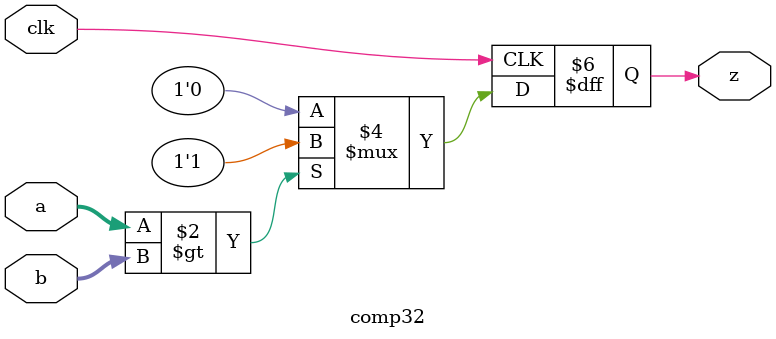
<source format=v>
/*
 * A simple 32-bit comparator
 *   
 */

module comp32(
    //`ifdef USE_POWER_PINS
    //    inout vdd,	// 1.8V supply
    //    inout vss,	// Digital ground
    //`endif
    a, b, clk, z);

  input [31:0] a, b;  //define inputs and outputs
  input clk;
  output z;

  reg z;

  always @ (posedge clk)
  begin
     if (a > b)
     	z = 1'b1;
     else 
     	z = 1'b0;
  end
endmodule




</source>
